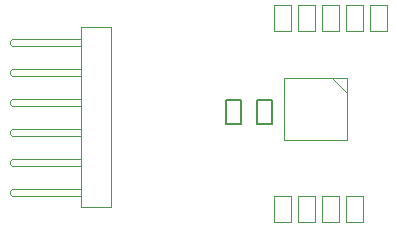
<source format=gbr>
%TF.GenerationSoftware,Altium Limited,Altium Designer,23.4.1 (23)*%
G04 Layer_Color=16711935*
%FSLAX26Y26*%
%MOIN*%
%TF.SameCoordinates,58D80696-3D7F-4981-BD36-B6FE397AE5C4*%
%TF.FilePolarity,Positive*%
%TF.FileFunction,Other,Top_3D_Body*%
%TF.Part,Single*%
G01*
G75*
%TA.AperFunction,NonConductor*%
%ADD19C,0.007874*%
%ADD25C,0.003937*%
D19*
X1610394Y3512844D02*
X1659606D01*
X1610394Y3433710D02*
Y3512844D01*
Y3433710D02*
X1659606D01*
Y3512844D01*
X1505394D02*
X1554606D01*
X1505394Y3433710D02*
Y3512844D01*
Y3433710D02*
X1554606D01*
Y3512844D01*
D25*
X786260Y3700276D02*
Y3709724D01*
Y3700276D02*
X794134Y3692402D01*
X786260Y3709724D02*
X794134Y3717598D01*
Y3692402D02*
X1022480D01*
X794134Y3717598D02*
X1022480D01*
X786260Y3500276D02*
Y3509724D01*
Y3500276D02*
X794134Y3492402D01*
X786260Y3509724D02*
X794134Y3517598D01*
Y3492402D02*
X1022480D01*
X794134Y3517598D02*
X1022480D01*
Y3755000D02*
X1122480D01*
X786260Y3600276D02*
Y3609724D01*
Y3600276D02*
X794134Y3592402D01*
X786260Y3609724D02*
X794134Y3617598D01*
Y3592402D02*
X1022480D01*
X794134Y3617598D02*
X1022480D01*
X1122480Y3155000D02*
Y3755000D01*
X794134Y3392402D02*
X1022480D01*
X794134Y3192402D02*
X1022480D01*
Y3155000D02*
Y3755000D01*
Y3155000D02*
X1122480D01*
X786260Y3400276D02*
Y3409724D01*
Y3300276D02*
Y3309724D01*
Y3200276D02*
Y3209724D01*
Y3300276D02*
X794134Y3292402D01*
X786260Y3409724D02*
X794134Y3417598D01*
X786260Y3400276D02*
X794134Y3392402D01*
X786260Y3200276D02*
X794134Y3192402D01*
X786260Y3209724D02*
X794134Y3217598D01*
X786260Y3309724D02*
X794134Y3317598D01*
Y3217598D02*
X1022480D01*
X794134Y3292402D02*
X1022480D01*
X794134Y3317598D02*
X1022480D01*
X794134Y3417598D02*
X1022480D01*
X1908938Y3379330D02*
Y3587204D01*
X1701064Y3379330D02*
X1908938D01*
X1701064D02*
Y3587204D01*
X1908938D01*
X1858938D02*
X1908938Y3537204D01*
X1986456Y3827796D02*
X2043544D01*
X1986456Y3741182D02*
X2043544D01*
Y3827796D01*
X1986456Y3741182D02*
Y3827796D01*
X1826456Y3741182D02*
X1883544D01*
X1826456Y3827796D02*
X1883544D01*
X1826456Y3741182D02*
Y3827796D01*
X1883544Y3741182D02*
Y3827796D01*
X1906456Y3741182D02*
X1963544D01*
X1906456Y3827796D02*
X1963544D01*
X1906456Y3741182D02*
Y3827796D01*
X1963544Y3741182D02*
Y3827796D01*
X1746456Y3106182D02*
X1803544D01*
X1746456Y3192796D02*
X1803544D01*
X1746456Y3106182D02*
Y3192796D01*
X1803544Y3106182D02*
Y3192796D01*
X1666456Y3106182D02*
X1723544D01*
X1666456Y3192796D02*
X1723544D01*
X1666456Y3106182D02*
Y3192796D01*
X1723544Y3106182D02*
Y3192796D01*
X1826456Y3106182D02*
X1883544D01*
X1826456Y3192796D02*
X1883544D01*
X1826456Y3106182D02*
Y3192796D01*
X1883544Y3106182D02*
Y3192796D01*
X1963544Y3106182D02*
Y3192796D01*
X1906456Y3106182D02*
Y3192796D01*
X1963544D01*
X1906456Y3106182D02*
X1963544D01*
X1666456Y3741182D02*
Y3827796D01*
X1723544Y3741182D02*
Y3827796D01*
X1666456Y3741182D02*
X1723544D01*
X1666456Y3827796D02*
X1723544D01*
X1746456Y3741182D02*
X1803544D01*
X1746456Y3827796D02*
X1803544D01*
X1746456Y3741182D02*
Y3827796D01*
X1803544Y3741182D02*
Y3827796D01*
%TF.MD5,4f134ec3594140d4a47fe9a8bc359739*%
M02*

</source>
